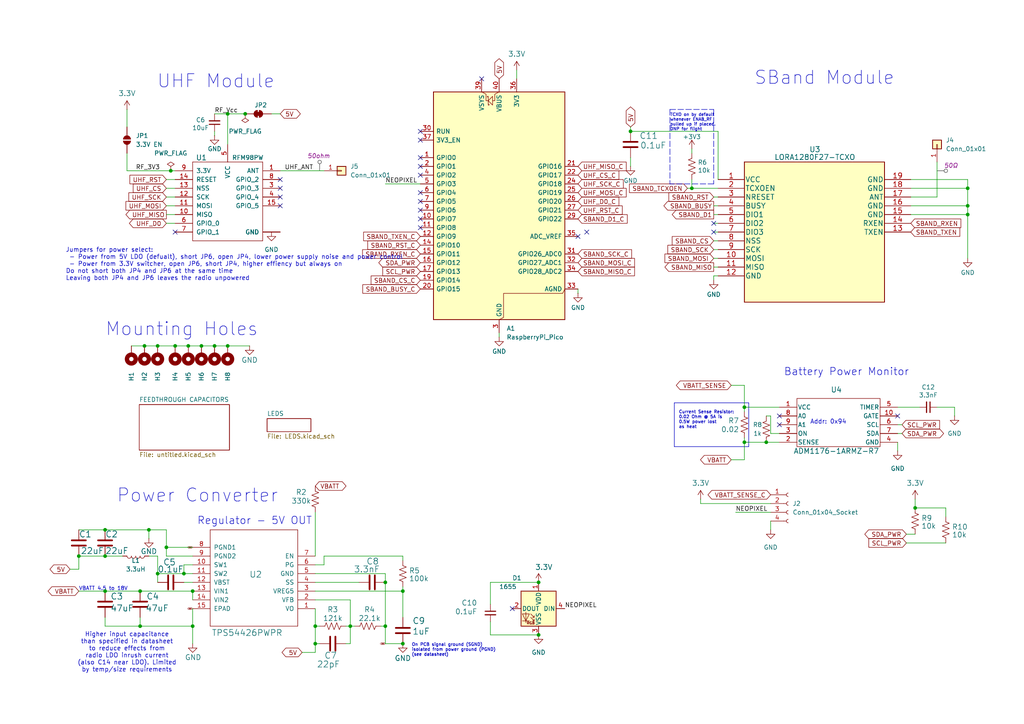
<source format=kicad_sch>
(kicad_sch (version 20250114) (generator "eeschema") (generator_version "9.0")
  (paper "A4")
  (text "SBand Module" (at 218.694 24.892 0) (effects (font (size 3.81 3.81)) (justify left bottom)))
  (text "Addr: 0x94" (at 234.95 123.19 0) (effects (font (size 1.27 1.27)) (justify left bottom)))
  (text "Power Converter" (at 33.782 146.05 0) (effects (font (size 3.81 3.81)) (justify left bottom)))
  (text "VBATT 4.5 to 18V" (at 22.86 171.45 0) (effects (font (size 1.0668 1.0668)) (justify left bottom)))
  (text "Current Sense Resistor:\n0.02 Ohm @ 5A is\n0.5W power lost\nas heat" (at 196.85 124.46 0) (effects (font (size 0.889 0.889)) (justify left bottom)))
  (text "On PCB signal ground (SGND)\nisolated from power ground (PGND)\n(see datasheet)\n" (at 119.38 190.5 0) (effects (font (size 0.889 0.889)) (justify left bottom)))
  (text "UHF Module" (at 45.466 25.908 0) (effects (font (size 3.81 3.81)) (justify left bottom)))
  (text "Regulator - 5V OUT" (at 57.15 152.4 0) (effects (font (size 2.159 2.159)) (justify left bottom)))
  (text "Higher input capacitance\nthan specified in datasheet\nto reduce effects from\nradio LDO inrush current\n(also C14 near LDO). Limited\nby temp/size requirements" (at 36.83 189.23 0) (effects (font (size 1.27 1.27))))
  (text "Battery Power Monitor" (at 227.33 109.22 0) (effects (font (size 2.159 2.159)) (justify left bottom)))
  (text "Jumpers for power select:\n - Power from 5V LDO (defualt), short JP6, open JP4, lower power supply noise and power control\n - Power from 3.3V switcher, open JP6, short JP4, higher effiency but always on\nDo not short both JP4 and JP6 at the same time\nLeaving both JP4 and JP6 leaves the radio unpowered" (at 19.05 81.534 0) (effects (font (size 1.27 1.27)) (justify left bottom)))
  (text "Mounting Holes" (at 30.48 97.79 0) (effects (font (size 3.81 3.81)) (justify left bottom)))
  (text "TCXO on by default \nwhenever ENAB_RF\npulled up if placed.\nDNP for flight" (at 194.31 38.1 0) (effects (font (size 0.8636 0.8636)) (justify left bottom)))
  (junction (at 280.67 54.61))
  (junction (at 41.91 100.33))
  (junction (at 116.84 186.69))
  (junction (at 62.23 100.33))
  (junction (at 40.64 181.61))
  (junction (at 66.04 100.33))
  (junction (at 222.25 128.27))
  (junction (at 54.61 100.33))
  (junction (at 280.67 62.23))
  (junction (at 58.42 100.33))
  (junction (at 111.76 168.91))
  (junction (at 156.21 184.15))
  (junction (at 156.21 168.91))
  (junction (at 215.9 118.11))
  (junction (at 45.72 100.33))
  (junction (at 111.76 181.61))
  (junction (at 45.72 166.37))
  (junction (at 43.18 153.67))
  (junction (at 215.9 128.27))
  (junction (at 30.48 161.29))
  (junction (at 91.44 181.61))
  (junction (at 30.48 153.67))
  (junction (at 49.53 49.53))
  (junction (at 55.88 171.45))
  (junction (at 66.04 33.02))
  (junction (at 48.26 158.75))
  (junction (at 116.84 171.45))
  (junction (at 22.86 161.29))
  (junction (at 40.64 171.45))
  (junction (at 71.12 33.02))
  (junction (at 200.66 54.61))
  (junction (at 50.8 100.33))
  (junction (at 55.88 181.61))
  (junction (at 101.6 181.61))
  (junction (at 30.48 171.45))
  (junction (at 53.34 166.37))
  (junction (at 265.43 147.32))
  (junction (at 91.44 186.69))
  (junction (at 182.88 38.1))
  (junction (at 280.67 59.69))
  (no_connect (at 50.8 67.31))
  (no_connect (at 148.59 176.53))
  (no_connect (at 121.92 48.26))
  (no_connect (at 81.28 59.69))
  (no_connect (at 81.28 54.61))
  (no_connect (at 121.92 40.64))
  (no_connect (at 226.06 120.65))
  (no_connect (at 81.28 57.15))
  (no_connect (at 121.92 66.04))
  (no_connect (at 170.18 67.31))
  (no_connect (at 121.92 55.88))
  (no_connect (at 139.7 22.86))
  (no_connect (at 121.92 63.5))
  (no_connect (at 121.92 60.96))
  (no_connect (at 121.92 45.72))
  (no_connect (at 226.06 123.19))
  (no_connect (at 121.92 38.1))
  (no_connect (at 167.64 68.58))
  (no_connect (at 81.28 52.07))
  (no_connect (at 207.01 64.77))
  (no_connect (at 121.92 50.8))
  (no_connect (at 207.01 67.31))
  (no_connect (at 260.35 120.65))
  (no_connect (at 121.92 58.42))
  (wire (pts (xy 62.23 33.02) (xy 66.04 33.02)))
  (wire (pts (xy 91.44 171.45) (xy 116.84 171.45)))
  (wire (pts (xy 111.76 186.69) (xy 116.84 186.69)))
  (wire (pts (xy 78.74 33.02) (xy 81.28 33.02)))
  (wire (pts (xy 45.72 168.91) (xy 45.72 166.37)))
  (wire (pts (xy 55.88 181.61) (xy 55.88 186.69)))
  (polyline (pts (xy 217.17 116.84) (xy 217.17 129.54)))
  (wire (pts (xy 101.6 173.99) (xy 101.6 181.61)))
  (wire (pts (xy 55.88 168.91) (xy 53.34 168.91)))
  (wire (pts (xy 30.48 171.45) (xy 40.64 171.45)))
  (wire (pts (xy 50.8 62.23) (xy 48.26 62.23)))
  (wire (pts (xy 48.26 158.75) (xy 48.26 161.29)))
  (wire (pts (xy 200.66 52.07) (xy 200.66 54.61)))
  (wire (pts (xy 116.84 171.45) (xy 116.84 179.07)))
  (wire (pts (xy 264.16 62.23) (xy 280.67 62.23)))
  (wire (pts (xy 50.8 52.07) (xy 48.26 52.07)))
  (wire (pts (xy 66.04 33.02) (xy 71.12 33.02)))
  (wire (pts (xy 142.24 180.34) (xy 142.24 184.15)))
  (wire (pts (xy 262.89 154.94) (xy 265.43 154.94)))
  (wire (pts (xy 149.86 22.86) (xy 149.86 20.32)))
  (wire (pts (xy 207.01 77.47) (xy 208.28 77.47)))
  (wire (pts (xy 91.44 186.69) (xy 91.44 189.23)))
  (wire (pts (xy 53.34 166.37) (xy 53.34 163.83)))
  (wire (pts (xy 208.28 38.1) (xy 208.28 52.07)))
  (wire (pts (xy 215.9 118.11) (xy 226.06 118.11)))
  (wire (pts (xy 40.64 181.61) (xy 40.64 179.07)))
  (wire (pts (xy 223.52 120.65) (xy 222.25 120.65)))
  (wire (pts (xy 30.48 161.29) (xy 35.56 161.29)))
  (wire (pts (xy 93.98 163.83) (xy 91.44 163.83)))
  (wire (pts (xy 215.9 127) (xy 215.9 128.27)))
  (wire (pts (xy 91.44 176.53) (xy 91.44 181.61)))
  (wire (pts (xy 111.76 166.37) (xy 111.76 168.91)))
  (wire (pts (xy 100.33 181.61) (xy 101.6 181.61)))
  (wire (pts (xy 48.26 54.61) (xy 50.8 54.61)))
  (wire (pts (xy 48.26 161.29) (xy 55.88 161.29)))
  (polyline (pts (xy 194.31 31.75) (xy 194.31 53.34)) (stroke (width 0) (type dash)))
  (wire (pts (xy 66.04 100.33) (xy 72.39 100.33)))
  (wire (pts (xy 110.49 181.61) (xy 111.76 181.61)))
  (wire (pts (xy 45.72 100.33) (xy 50.8 100.33)))
  (wire (pts (xy 87.63 189.23) (xy 91.44 189.23)))
  (wire (pts (xy 215.9 128.27) (xy 222.25 128.27)))
  (wire (pts (xy 30.48 181.61) (xy 40.64 181.61)))
  (wire (pts (xy 280.67 62.23) (xy 280.67 74.93)))
  (wire (pts (xy 22.86 165.1) (xy 22.86 161.29)))
  (wire (pts (xy 215.9 128.27) (xy 215.9 133.35)))
  (wire (pts (xy 142.24 168.91) (xy 156.21 168.91)))
  (wire (pts (xy 22.86 153.67) (xy 30.48 153.67)))
  (wire (pts (xy 215.9 118.11) (xy 215.9 119.38)))
  (wire (pts (xy 36.83 31.75) (xy 36.83 36.83)))
  (polyline (pts (xy 195.58 116.84) (xy 217.17 116.84)))
  (wire (pts (xy 207.01 57.15) (xy 208.28 57.15)))
  (wire (pts (xy 261.62 125.73) (xy 260.35 125.73)))
  (wire (pts (xy 48.26 153.67) (xy 48.26 158.75)))
  (wire (pts (xy 50.8 100.33) (xy 54.61 100.33)))
  (wire (pts (xy 280.67 54.61) (xy 280.67 59.69)))
  (wire (pts (xy 200.66 54.61) (xy 208.28 54.61)))
  (polyline (pts (xy 207.01 31.75) (xy 207.01 53.34)) (stroke (width 0) (type dash)))
  (wire (pts (xy 55.88 176.53) (xy 55.88 181.61)))
  (wire (pts (xy 142.24 184.15) (xy 156.21 184.15)))
  (wire (pts (xy 91.44 181.61) (xy 91.44 186.69)))
  (wire (pts (xy 22.86 171.45) (xy 30.48 171.45)))
  (wire (pts (xy 276.86 120.65) (xy 276.86 118.11)))
  (wire (pts (xy 50.8 59.69) (xy 48.26 59.69)))
  (wire (pts (xy 222.25 128.27) (xy 226.06 128.27)))
  (wire (pts (xy 280.67 52.07) (xy 280.67 54.61)))
  (wire (pts (xy 111.76 168.91) (xy 111.76 181.61)))
  (wire (pts (xy 212.09 133.35) (xy 215.9 133.35)))
  (wire (pts (xy 30.48 181.61) (xy 30.48 179.07)))
  (wire (pts (xy 41.91 100.33) (xy 45.72 100.33)))
  (polyline (pts (xy 195.58 129.54) (xy 195.58 116.84)))
  (wire (pts (xy 264.16 52.07) (xy 280.67 52.07)))
  (wire (pts (xy 215.9 118.11) (xy 215.9 111.76)))
  (wire (pts (xy 207.01 72.39) (xy 208.28 72.39)))
  (wire (pts (xy 260.35 130.81) (xy 260.35 128.27)))
  (wire (pts (xy 55.88 173.99) (xy 55.88 171.45)))
  (wire (pts (xy 101.6 181.61) (xy 101.6 186.69)))
  (wire (pts (xy 43.18 161.29) (xy 45.72 161.29)))
  (wire (pts (xy 91.44 166.37) (xy 111.76 166.37)))
  (wire (pts (xy 111.76 53.34) (xy 121.92 53.34)))
  (wire (pts (xy 207.01 69.85) (xy 208.28 69.85)))
  (wire (pts (xy 116.84 161.29) (xy 93.98 161.29)))
  (wire (pts (xy 116.84 170.18) (xy 116.84 171.45)))
  (wire (pts (xy 182.88 36.83) (xy 182.88 38.1)))
  (wire (pts (xy 182.88 45.72) (xy 182.88 48.26)))
  (wire (pts (xy 43.18 153.67) (xy 48.26 153.67)))
  (wire (pts (xy 91.44 148.59) (xy 91.44 161.29)))
  (wire (pts (xy 264.16 57.15) (xy 271.78 57.15)))
  (wire (pts (xy 212.09 111.76) (xy 215.9 111.76)))
  (wire (pts (xy 116.84 161.29) (xy 116.84 162.56)))
  (wire (pts (xy 40.64 171.45) (xy 55.88 171.45)))
  (wire (pts (xy 207.01 67.31) (xy 208.28 67.31)))
  (wire (pts (xy 101.6 181.61) (xy 102.87 181.61)))
  (wire (pts (xy 261.62 123.19) (xy 260.35 123.19)))
  (wire (pts (xy 48.26 64.77) (xy 50.8 64.77)))
  (wire (pts (xy 207.01 74.93) (xy 208.28 74.93)))
  (wire (pts (xy 58.42 100.33) (xy 62.23 100.33)))
  (wire (pts (xy 53.34 166.37) (xy 45.72 166.37)))
  (wire (pts (xy 260.35 118.11) (xy 266.7 118.11)))
  (wire (pts (xy 91.44 173.99) (xy 101.6 173.99)))
  (wire (pts (xy 144.78 96.52) (xy 144.78 97.79)))
  (wire (pts (xy 91.44 186.69) (xy 92.71 186.69)))
  (wire (pts (xy 271.78 46.99) (xy 271.78 57.15)))
  (wire (pts (xy 30.48 153.67) (xy 43.18 153.67)))
  (wire (pts (xy 81.28 49.53) (xy 93.98 49.53)))
  (wire (pts (xy 223.52 125.73) (xy 226.06 125.73)))
  (wire (pts (xy 264.16 54.61) (xy 280.67 54.61)))
  (wire (pts (xy 91.44 168.91) (xy 104.14 168.91)))
  (wire (pts (xy 36.83 49.53) (xy 49.53 49.53)))
  (wire (pts (xy 50.8 57.15) (xy 48.26 57.15)))
  (wire (pts (xy 265.43 147.32) (xy 274.32 147.32)))
  (polyline (pts (xy 207.01 53.34) (xy 194.31 53.34)) (stroke (width 0) (type dash)))
  (wire (pts (xy 22.86 165.1) (xy 20.32 165.1)))
  (wire (pts (xy 55.88 163.83) (xy 53.34 163.83)))
  (wire (pts (xy 55.88 158.75) (xy 48.26 158.75)))
  (wire (pts (xy 55.88 166.37) (xy 53.34 166.37)))
  (wire (pts (xy 36.83 49.53) (xy 36.83 44.45)))
  (wire (pts (xy 207.01 59.69) (xy 208.28 59.69)))
  (wire (pts (xy 38.1 100.33) (xy 41.91 100.33)))
  (wire (pts (xy 208.28 80.01) (xy 207.01 80.01)))
  (wire (pts (xy 66.04 33.02) (xy 66.04 41.91)))
  (wire (pts (xy 91.44 181.61) (xy 92.71 181.61)))
  (wire (pts (xy 203.2 144.78) (xy 203.2 146.05)))
  (wire (pts (xy 200.66 43.18) (xy 200.66 44.45)))
  (wire (pts (xy 213.36 148.59) (xy 223.52 148.59)))
  (wire (pts (xy 276.86 118.11) (xy 271.78 118.11)))
  (wire (pts (xy 199.39 54.61) (xy 200.66 54.61)))
  (wire (pts (xy 111.76 181.61) (xy 111.76 186.69)))
  (wire (pts (xy 62.23 100.33) (xy 66.04 100.33)))
  (wire (pts (xy 45.72 166.37) (xy 45.72 161.29)))
  (wire (pts (xy 40.64 181.61) (xy 55.88 181.61)))
  (wire (pts (xy 265.43 147.32) (xy 265.43 144.78)))
  (wire (pts (xy 207.01 62.23) (xy 208.28 62.23)))
  (wire (pts (xy 43.18 153.67) (xy 43.18 156.21)))
  (polyline (pts (xy 194.31 31.75) (xy 207.01 31.75)) (stroke (width 0) (type dash)))
  (wire (pts (xy 167.64 83.82) (xy 167.64 85.09)))
  (wire (pts (xy 142.24 168.91) (xy 142.24 175.26)))
  (wire (pts (xy 182.88 38.1) (xy 208.28 38.1)))
  (wire (pts (xy 223.52 153.67) (xy 223.52 151.13)))
  (wire (pts (xy 93.98 161.29) (xy 93.98 163.83)))
  (wire (pts (xy 280.67 59.69) (xy 280.67 62.23)))
  (wire (pts (xy 223.52 125.73) (xy 223.52 120.65)))
  (wire (pts (xy 274.32 147.32) (xy 274.32 149.86)))
  (wire (pts (xy 100.33 186.69) (xy 101.6 186.69)))
  (wire (pts (xy 223.52 146.05) (xy 203.2 146.05)))
  (wire (pts (xy 264.16 59.69) (xy 280.67 59.69)))
  (polyline (pts (xy 217.17 129.54) (xy 195.58 129.54)))
  (wire (pts (xy 207.01 64.77) (xy 208.28 64.77)))
  (wire (pts (xy 49.53 49.53) (xy 50.8 49.53)))
  (wire (pts (xy 262.89 157.48) (xy 274.32 157.48)))
  (wire (pts (xy 62.23 38.1) (xy 62.23 39.37)))
  (wire (pts (xy 22.86 161.29) (xy 30.48 161.29)))
  (wire (pts (xy 54.61 100.33) (xy 58.42 100.33)))
  (wire (pts (xy 207.01 80.01) (xy 207.01 81.28)))
  (label "NEOPIXEL" (at 111.76 53.34 0))
  (label "NEOPIXEL" (at 163.83 176.53 0))
  (label "NEOPIXEL" (at 213.36 148.59 0))
  (label "RF_Vcc" (at 62.23 33.02 0))
  (label "UHF_ANT" (at 82.55 49.53 0))
  (label "RF_3V3" (at 39.37 49.53 0))
  (global_label "UHF_SCK" (shape input) (at 48.26 57.15 180) (property "Intersheetrefs" "${INTERSHEET_REFS}" (effects (hide yes))))
  (global_label "SDA_PWR" (shape bidirectional) (at 261.62 125.73 0) (property "Intersheetrefs" "${INTERSHEET_REFS}" (effects (hide yes))))
  (global_label "5V" (shape bidirectional) (at 144.78 22.86 90) (property "Intersheetrefs" "${INTERSHEET_REFS}" (effects (hide yes))))
  (global_label "SDA_PWR" (shape bidirectional) (at 121.92 76.2 180) (property "Intersheetrefs" "${INTERSHEET_REFS}" (effects (hide yes))))
  (global_label "SBAND_RST" (shape input) (at 207.01 57.15 180) (property "Intersheetrefs" "${INTERSHEET_REFS}" (effects (hide yes))))
  (global_label "SBAND_MOSI_C" (shape input) (at 167.64 76.2 0) (property "Intersheetrefs" "${INTERSHEET_REFS}" (effects (hide yes))))
  (global_label "SBAND_SCK_C" (shape input) (at 167.64 73.66 0) (property "Intersheetrefs" "${INTERSHEET_REFS}" (effects (hide yes))))
  (global_label "SBAND_CS_C" (shape input) (at 121.92 81.28 180) (property "Intersheetrefs" "${INTERSHEET_REFS}" (effects (hide yes))))
  (global_label "SBAND_MISO_C" (shape input) (at 167.64 78.74 0) (property "Intersheetrefs" "${INTERSHEET_REFS}" (effects (hide yes))))
  (global_label "SBAND_CS" (shape input) (at 207.01 69.85 180) (property "Intersheetrefs" "${INTERSHEET_REFS}" (effects (hide yes))))
  (global_label "UHF_RST" (shape input) (at 48.26 52.07 180) (property "Intersheetrefs" "${INTERSHEET_REFS}" (effects (hide yes))))
  (global_label "VBATT" (shape bidirectional) (at 212.09 133.35 180) (property "Intersheetrefs" "${INTERSHEET_REFS}" (effects (hide yes))))
  (global_label "SBAND_RXEN_C" (shape input) (at 121.92 73.66 180) (property "Intersheetrefs" "${INTERSHEET_REFS}" (effects (hide yes))))
  (global_label "5V" (shape bidirectional) (at 87.63 189.23 180) (property "Intersheetrefs" "${INTERSHEET_REFS}" (effects (hide yes))))
  (global_label "SBAND_MISO" (shape output) (at 207.01 77.47 180) (property "Intersheetrefs" "${INTERSHEET_REFS}" (effects (hide yes))))
  (global_label "SCL_PWR" (shape input) (at 261.62 123.19 0) (property "Intersheetrefs" "${INTERSHEET_REFS}" (effects (hide yes))))
  (global_label "VBATT" (shape bidirectional) (at 22.86 171.45 180) (property "Intersheetrefs" "${INTERSHEET_REFS}" (effects (hide yes))))
  (global_label "VBATT" (shape bidirectional) (at 91.44 140.97 0) (property "Intersheetrefs" "${INTERSHEET_REFS}" (effects (hide yes))))
  (global_label "UHF_MISO_C" (shape input) (at 167.64 48.26 0) (property "Intersheetrefs" "${INTERSHEET_REFS}" (effects (hide yes))))
  (global_label "SBAND_TCXOEN" (shape input) (at 199.39 54.61 180) (property "Intersheetrefs" "${INTERSHEET_REFS}" (effects (hide yes))))
  (global_label "UHF_CS_C" (shape input) (at 167.64 50.8 0) (property "Intersheetrefs" "${INTERSHEET_REFS}" (effects (hide yes))))
  (global_label "UHF_RST_C" (shape input) (at 167.64 60.96 0) (property "Intersheetrefs" "${INTERSHEET_REFS}" (effects (hide yes))))
  (global_label "UHF_MOSI" (shape input) (at 48.26 59.69 180) (property "Intersheetrefs" "${INTERSHEET_REFS}" (effects (hide yes))))
  (global_label "SBAND_TXEN_C" (shape input) (at 121.92 68.58 180) (property "Intersheetrefs" "${INTERSHEET_REFS}" (effects (hide yes))))
  (global_label "SCL_PWR" (shape input) (at 121.92 78.74 180) (property "Intersheetrefs" "${INTERSHEET_REFS}" (effects (hide yes))))
  (global_label "5V" (shape bidirectional) (at 182.88 36.83 90) (property "Intersheetrefs" "${INTERSHEET_REFS}" (effects (hide yes))))
  (global_label "UHF_D0_C" (shape input) (at 167.64 58.42 0) (property "Intersheetrefs" "${INTERSHEET_REFS}" (effects (hide yes))))
  (global_label "SBAND_RST_C" (shape input) (at 121.92 71.12 180) (property "Intersheetrefs" "${INTERSHEET_REFS}" (effects (hide yes))))
  (global_label "SBAND_BUSY" (shape output) (at 207.01 59.69 180) (property "Intersheetrefs" "${INTERSHEET_REFS}" (effects (hide yes))))
  (global_label "5V" (shape bidirectional) (at 20.32 165.1 180) (property "Intersheetrefs" "${INTERSHEET_REFS}" (effects (hide yes))))
  (global_label "UHF_MISO" (shape output) (at 48.26 62.23 180) (property "Intersheetrefs" "${INTERSHEET_REFS}" (effects (hide yes))))
  (global_label "UHF_SCK_C" (shape input) (at 167.64 53.34 0) (property "Intersheetrefs" "${INTERSHEET_REFS}" (effects (hide yes))))
  (global_label "UHF_MOSI_C" (shape input) (at 167.64 55.88 0) (property "Intersheetrefs" "${INTERSHEET_REFS}" (effects (hide yes))))
  (global_label "SBAND_MOSI" (shape input) (at 207.01 74.93 180) (property "Intersheetrefs" "${INTERSHEET_REFS}" (effects (hide yes))))
  (global_label "UHF_CS" (shape input) (at 48.26 54.61 180) (property "Intersheetrefs" "${INTERSHEET_REFS}" (effects (hide yes))))
  (global_label "UHF_D0" (shape bidirectional) (at 48.26 64.77 180) (property "Intersheetrefs" "${INTERSHEET_REFS}" (effects (hide yes))))
  (global_label "VBATT_SENSE_C" (shape bidirectional) (at 223.52 143.51 180) (property "Intersheetrefs" "${INTERSHEET_REFS}" (effects (hide yes))))
  (global_label "GND" (shape bidirectional) (at 111.76 186.69 180) (effects (font (size 0.254 0.254))) (property "Intersheetrefs" "${INTERSHEET_REFS}" (effects (hide yes))))
  (global_label "SBAND_RXEN" (shape input) (at 264.16 64.77 0) (property "Intersheetrefs" "${INTERSHEET_REFS}" (effects (hide yes))))
  (global_label "SBAND_D1" (shape output) (at 207.01 62.23 180) (property "Intersheetrefs" "${INTERSHEET_REFS}" (effects (hide yes))))
  (global_label "SBAND_D1_C" (shape input) (at 167.64 63.5 0) (property "Intersheetrefs" "${INTERSHEET_REFS}" (effects (hide yes))))
  (global_label "5V" (shape bidirectional) (at 81.28 33.02 0) (property "Intersheetrefs" "${INTERSHEET_REFS}" (effects (hide yes))))
  (global_label "GND" (shape bidirectional) (at 55.88 158.75 180) (effects (font (size 0.254 0.254))) (property "Intersheetrefs" "${INTERSHEET_REFS}" (effects (hide yes))))
  (global_label "SDA_PWR" (shape bidirectional) (at 262.89 154.94 180) (property "Intersheetrefs" "${INTERSHEET_REFS}" (effects (hide yes))))
  (global_label "SBAND_TXEN" (shape input) (at 264.16 67.31 0) (property "Intersheetrefs" "${INTERSHEET_REFS}" (effects (hide yes))))
  (global_label "SBAND_SCK" (shape input) (at 207.01 72.39 180) (property "Intersheetrefs" "${INTERSHEET_REFS}" (effects (hide yes))))
  (global_label "SBAND_BUSY_C" (shape input) (at 121.92 83.82 180) (property "Intersheetrefs" "${INTERSHEET_REFS}" (effects (hide yes))))
  (global_label "GND" (shape bidirectional) (at 55.88 176.53 180) (effects (font (size 0.254 0.254))) (property "Intersheetrefs" "${INTERSHEET_REFS}" (effects (hide yes))))
  (global_label "VBATT_SENSE" (shape bidirectional) (at 212.09 111.76 180) (property "Intersheetrefs" "${INTERSHEET_REFS}" (effects (hide yes))))
  (global_label "SCL_PWR" (shape input) (at 262.89 157.48 180) (property "Intersheetrefs" "${INTERSHEET_REFS}" (effects (hide yes))))
  (netclass_flag "" (length 2.54) (shape round) (at 92.71 49.53 0) (property "Netclass" "50ohm" (at 95.758 45.212 0) (effects (font (italic yes)) (justify right))))
  (netclass_flag "" (length 2.54) (shape round) (at 271.78 49.53 270) (property "Netclass" "50Ω" (at 273.812 48.006 0) (effects (font (italic yes)) (justify left))))
  (symbol (lib_id "Device:R_US") (at 215.9 123.19 180) (unit 1)
    (property "Reference" "R7" (at 214.376 121.158 0) (effects (font (size 1.4986 1.4986)) (justify left bottom)))
    (property "Value" "0.02" (at 214.376 123.698 0) (effects (font (size 1.4986 1.4986)) (justify left bottom)))
    (property "Footprint" "Resistor_SMD:R_2512_6332Metric" (effects (hide yes)))
    (property "Description" "Resistor, US symbol" (effects (hide yes)))
  )
  (symbol (lib_id "ssi_IC:RFM98PW") (at 63.5 57.15 0) (unit 1)
    (property "Reference" "U1" (at 58.42 45.72 0) (effects (font (size 1.4986 1.4986))))
    (property "Value" "RFM98PW" (at 71.882 45.72 0))
    (property "Footprint" "ssi_IC:RFM98PW" (effects (hide yes)))
    (property "Datasheet" "https://www.hoperf.com/modules/lora/RFM98PW.html" (effects (hide yes)))
    (property "Description" "433 MHz 1W Radio" (effects (hide yes)))
    (property "Datasheet 2" "https://cdn.sparkfun.com/assets/learn_tutorials/8/0/4/RFM95_96_97_98W.pdf" (effects (hide yes)))
    (property "Flight" "RFM98PW" (effects (hide yes)))
    (property "Manufacturer_Name" "HopeRF" (effects (hide yes)))
    (property "Manufacturer_Part_Number" "RFM98PW" (effects (hide yes)))
    (property "Proto" "RFM98PW" (effects (hide yes)))
  )
  (symbol (lib_id "ssi_IC:ADM1176-1ARMZ-R7") (at 223.52 104.14 0) (unit 1)
    (property "Reference" "U4" (at 242.57 113.03 0) (effects (font (size 1.524 1.524))))
    (property "Value" "ADM1176-1ARMZ-R7" (at 242.57 130.81 0) (effects (font (size 1.524 1.524))))
    (property "Footprint" "ssi_IC:ADM1176-1ARMZ-R7" (effects (hide yes)))
    (property "Datasheet" "https://www.analog.com/media/en/technical-documentation/data-sheets/ADM1176.pdf" (effects (hide yes)))
    (property "Description" "Power Monitor" (effects (hide yes)))
    (property "Flight" "ADM1176-1ARMZ-R7" (effects (hide yes)))
    (property "Manufacturer_Name" "Analog Devices Inc." (effects (hide yes)))
    (property "Manufacturer_Part_Number" "ADM1176-1ARMZ-R7" (effects (hide yes)))
    (property "Proto" "ADM1176-1ARMZ-R7" (effects (hide yes)))
  )
  (symbol (lib_id "Device:R_US") (at 222.25 124.46 0) (mirror x) (unit 1)
    (property "Reference" "R8" (at 219.71 123.19 0))
    (property "Value" "1k" (at 219.71 125.73 0))
    (property "Footprint" "Resistor_SMD:R_0603_1608Metric" (effects (hide yes)))
    (property "Description" "1K 0603" (effects (hide yes)))
  )
  (symbol (lib_id "Device:C_Small") (at 269.24 118.11 270) (unit 1)
    (property "Reference" "C12" (at 269.24 112.2934 90))
    (property "Value" "3.3nF" (at 269.24 114.6048 90))
    (property "Footprint" "Capacitor_SMD:C_0603_1608Metric" (effects (hide yes)))
    (property "Description" "3.3nF +-10% 100V X7R 0603" (effects (hide yes)))
  )
  (symbol (lib_id "power:+3.3V") (at 36.83 31.75 0) (unit 1)
    (property "Reference" "#SUPPLY01" (effects (hide yes)))
    (property "Value" "3.3V" (at 34.29 27.94 0) (effects (font (size 1.4986 1.4986)) (justify left bottom)))
    (property "Description" "Power symbol creates a global label with name \"+3.3V\"" (effects (hide yes)))
  )
  (symbol (lib_id "Device:C_Small") (at 62.23 35.56 180) (unit 1)
    (property "Reference" "C6" (at 58.166 34.798 0))
    (property "Value" "10uF" (at 58.166 37.084 0))
    (property "Footprint" "Capacitor_SMD:C_0603_1608Metric" (effects (hide yes)))
    (property "Description" "10uF +-20% 10V X5R" (effects (hide yes)))
  )
  (symbol (lib_id "power:+3.3V") (at 149.86 20.32 0) (unit 1)
    (property "Reference" "#SUPPLY02" (effects (hide yes)))
    (property "Value" "3.3V" (at 147.32 16.51 0) (effects (font (size 1.4986 1.4986)) (justify left bottom)))
    (property "Description" "Power symbol creates a global label with name \"+3.3V\"" (effects (hide yes)))
  )
  (symbol (lib_id "Device:C") (at 49.53 168.91 90) (unit 1)
    (property "Reference" "C5" (at 51.054 162.052 90) (effects (font (size 1.778 1.778)) (justify left bottom)))
    (property "Value" "0.1uF" (at 53.34 164.084 90) (effects (font (size 1.778 1.778)) (justify left bottom)))
    (property "Footprint" "Capacitor_SMD:C_0603_1608Metric" (effects (hide yes)))
    (property "Description" "Unpolarized capacitor" (effects (hide yes)))
  )
  (symbol (lib_id "power:GND") (at 55.88 186.69 0) (unit 1)
    (property "Reference" "#GND02" (effects (hide yes)))
    (property "Value" "GND" (at 53.594 191.516 0) (effects (font (size 1.4986 1.4986)) (justify left bottom)))
    (property "Description" "Power symbol creates a global label with name \"GND\" , ground" (effects (hide yes)))
  )
  (symbol (lib_id "power:GND") (at 167.64 85.09 0) (unit 1)
    (property "Reference" "#PWR05" (effects (hide yes)))
    (property "Value" "GND" (at 167.64 89.2255 0))
    (property "Description" "Power symbol creates a global label with name \"GND\" , ground" (effects (hide yes)))
  )
  (symbol (lib_id "Device:C") (at 116.84 182.88 0) (unit 1)
    (property "Reference" "C9" (at 119.5832 180.0606 0) (effects (font (size 1.778 1.778)) (justify left)))
    (property "Value" "1uF" (at 119.5832 183.134 0) (effects (font (size 1.778 1.778)) (justify left)))
    (property "Footprint" "Capacitor_SMD:C_0603_1608Metric" (effects (hide yes)))
    (property "Description" "Unpolarized capacitor" (effects (hide yes)))
  )
  (symbol (lib_id "Jumper:SolderJumper_2_Bridged") (at 74.93 33.02 0) (mirror y) (unit 1) (exclude_from_sim yes) (in_bom no)
    (property "Reference" "JP2" (at 77.47 30.48 0) (effects (justify left)))
    (property "Value" "Jumper_3_Bridged12" (effects (hide yes)))
    (property "Footprint" "Jumper:SolderJumper-2_P1.3mm_Bridged_RoundedPad1.0x1.5mm" (effects (hide yes)))
    (property "Description" "Vertical Header - 0.1in (2.54mm)" (effects (hide yes)))
    (property "DNI" "DNI" (effects (hide yes)))
  )
  (symbol (lib_id "Jumper:SolderJumper_2_Open") (at 36.83 40.64 90) (unit 1) (exclude_from_sim yes) (in_bom no)
    (property "Reference" "JP1" (at 39.37 39.37 90) (effects (justify right)))
    (property "Value" "3.3V EN" (at 39.37 41.91 90) (effects (justify right)))
    (property "Footprint" "Jumper:SolderJumper-2_P1.3mm_Open_RoundedPad1.0x1.5mm" (effects (hide yes)))
  )
  (symbol (lib_id "Mechanical:MountingHole_Pad") (at 41.91 102.87 180) (unit 1) (exclude_from_sim yes) (in_bom no)
    (property "Reference" "H2" (at 41.91 109.22 90))
    (property "Value" "MountingHole_Pad" (effects (hide yes)))
    (property "Footprint" "MountingHole:MountingHole_2.7mm_M2.5_DIN965_Pad" (effects (hide yes)))
    (property "Description" "Mounting Hole with connection" (effects (hide yes)))
  )
  (symbol (lib_id "Mechanical:MountingHole_Pad") (at 45.72 102.87 180) (unit 1) (exclude_from_sim yes) (in_bom no)
    (property "Reference" "H3" (at 45.72 109.22 90))
    (property "Value" "MountingHole_Pad" (effects (hide yes)))
    (property "Footprint" "MountingHole:MountingHole_2.7mm_M2.5_DIN965_Pad" (effects (hide yes)))
    (property "Description" "Mounting Hole with connection" (effects (hide yes)))
  )
  (symbol (lib_id "power:GND") (at 260.35 130.81 0) (unit 1)
    (property "Reference" "#PWR010" (effects (hide yes)))
    (property "Value" "GND" (at 260.35 135.89 0))
  )
  (symbol (lib_id "Device:C_Small") (at 142.24 177.8 0) (unit 1)
    (property "Reference" "C10" (at 138.43 173.99 0) (effects (font (size 1.4986 1.4986)) (justify right top)))
    (property "Value" "0.1uF" (at 138.43 176.53 0) (effects (font (size 1.4986 1.4986)) (justify right top)))
    (property "Footprint" "Capacitor_SMD:C_0603_1608Metric" (effects (hide yes)))
    (property "Description" "Unpolarized capacitor, small symbol" (effects (hide yes)))
  )
  (symbol (lib_id "power:GND") (at 72.39 100.33 0) (unit 1)
    (property "Reference" "#GND03" (effects (hide yes)))
    (property "Value" "GND" (at 69.977 105.283 0) (effects (font (size 1.4986 1.4986)) (justify left bottom)))
    (property "Description" "Power symbol creates a global label with name \"GND\" , ground" (effects (hide yes)))
  )
  (symbol (lib_id "Mechanical:MountingHole_Pad") (at 58.42 102.87 180) (unit 1) (exclude_from_sim yes) (in_bom no)
    (property "Reference" "H6" (at 58.42 109.22 90))
    (property "Value" "MountingHole_Pad" (effects (hide yes)))
    (property "Footprint" "MountingHole:MountingHole_2.7mm_M2.5_DIN965_Pad" (effects (hide yes)))
    (property "Description" "Mounting Hole with connection" (effects (hide yes)))
  )
  (symbol (lib_id "Connector_Generic:Conn_01x01") (at 99.06 49.53 0) (unit 1)
    (property "Reference" "J5" (at 101.6 48.2599 0) (effects (justify left)))
    (property "Value" "Conn_01x01" (at 101.6 50.7999 0) (effects (justify left)))
    (property "Footprint" "TestPoint:TestPoint_Keystone_5019_Miniature" (effects (hide yes)))
    (property "Description" "Generic connector, single row, 01x01, script generated (kicad-library-utils/schlib/autogen/connector/)" (effects (hide yes)))
  )
  (symbol (lib_id "power:GND") (at 62.23 39.37 0) (unit 1)
    (property "Reference" "#PWR01" (effects (hide yes)))
    (property "Value" "GND" (at 60.198 43.18 0) (effects (justify left)))
  )
  (symbol (lib_id "power:GND") (at 78.74 67.31 0) (unit 1)
    (property "Reference" "#PWR02" (effects (hide yes)))
    (property "Value" "GND" (at 78.74 72.39 0))
  )
  (symbol (lib_id "MCU_Module:RaspberryPi_Pico") (at 144.78 60.96 0) (unit 1)
    (property "Reference" "A1" (at 146.9233 95.25 0) (effects (justify left)))
    (property "Value" "RaspberryPi_Pico" (at 146.9233 97.79 0) (effects (justify left)))
    (property "Footprint" "Module:RaspberryPi_Pico_SMD" (effects (hide yes)))
    (property "Datasheet" "https://datasheets.raspberrypi.com/pico/pico-datasheet.pdf" (effects (hide yes)))
    (property "Description" "Versatile and inexpensive microcontroller module powered by RP2040 dual-core Arm Cortex-M0+ processor up to 133 MHz, 264kB SRAM, 2MB QSPI flash; also supports Raspberry Pi Pico 2" (effects (hide yes)))
  )
  (symbol (lib_id "power:+3.3V") (at 203.2 144.78 0) (unit 1)
    (property "Reference" "#SUPPLY04" (effects (hide yes)))
    (property "Value" "3.3V" (at 200.66 140.97 0) (effects (font (size 1.4986 1.4986)) (justify left bottom)))
    (property "Description" "Power symbol creates a global label with name \"+3.3V\"" (effects (hide yes)))
  )
  (symbol (lib_id "Device:C") (at 107.95 168.91 90) (unit 1)
    (property "Reference" "C8" (at 109.982 161.798 90) (effects (font (size 1.778 1.778)) (justify left bottom)))
    (property "Value" "3.3nF" (at 110.236 164.084 90) (effects (font (size 1.778 1.778)) (justify left bottom)))
    (property "Footprint" "Capacitor_SMD:C_0603_1608Metric" (effects (hide yes)))
    (property "Description" "Unpolarized capacitor" (effects (hide yes)))
  )
  (symbol (lib_id "Device:C") (at 96.52 186.69 90) (unit 1)
    (property "Reference" "C7" (at 97.79 189.103 90) (effects (font (size 1.778 1.778)) (justify left bottom)))
    (property "Value" "22pF" (at 98.679 191.643 90) (effects (font (size 1.778 1.778)) (justify left bottom)))
    (property "Footprint" "Capacitor_SMD:C_0603_1608Metric" (effects (hide yes)))
    (property "Description" "Unpolarized capacitor" (effects (hide yes)))
  )
  (symbol (lib_id "power:GND") (at 43.18 156.21 0) (unit 1)
    (property "Reference" "#GND01" (effects (hide yes)))
    (property "Value" "GND" (at 40.767 160.782 0) (effects (font (size 1.4986 1.4986)) (justify left bottom)))
    (property "Description" "Power symbol creates a global label with name \"GND\" , ground" (effects (hide yes)))
  )
  (symbol (lib_id "Mechanical:MountingHole_Pad") (at 62.23 102.87 180) (unit 1) (exclude_from_sim yes) (in_bom no)
    (property "Reference" "H7" (at 62.23 109.22 90))
    (property "Value" "MountingHole_Pad" (effects (hide yes)))
    (property "Footprint" "MountingHole:MountingHole_2.7mm_M2.5_DIN965_Pad" (effects (hide yes)))
    (property "Description" "Mounting Hole with connection" (effects (hide yes)))
  )
  (symbol (lib_id "Device:C") (at 182.88 41.91 0) (unit 1)
    (property "Reference" "C11" (at 185.42 39.37 0) (effects (font (size 1.778 1.778)) (justify left)))
    (property "Value" "0.1uF" (at 185.6232 42.164 0) (effects (font (size 1.778 1.778)) (justify left)))
    (property "Footprint" "Capacitor_SMD:C_0603_1608Metric" (effects (hide yes)))
    (property "Description" "Unpolarized capacitor" (effects (hide yes)))
  )
  (symbol (lib_id "Connector_Generic:Conn_01x01") (at 271.78 41.91 90) (unit 1)
    (property "Reference" "J4" (at 274.32 40.6399 90) (effects (justify right)))
    (property "Value" "Conn_01x01" (at 274.32 43.1799 90) (effects (justify right)))
    (property "Footprint" "TestPoint:TestPoint_Keystone_5019_Miniature" (effects (hide yes)))
    (property "Description" "Generic connector, single row, 01x01, script generated (kicad-library-utils/schlib/autogen/connector/)" (effects (hide yes)))
  )
  (symbol (lib_id "Connector:Conn_01x04_Socket") (at 228.6 146.05 0) (unit 1)
    (property "Reference" "J2" (at 229.87 146.0499 0) (effects (justify left)))
    (property "Value" "Conn_01x04_Socket" (at 229.87 148.5899 0) (effects (justify left)))
    (property "Footprint" "Connector_PinHeader_2.54mm:PinHeader_1x04_P2.54mm_Vertical" (effects (hide yes)))
    (property "Description" "Generic connector, single row, 01x04, script generated" (effects (hide yes)))
  )
  (symbol (lib_id "Device:C") (at 22.86 157.48 0) (unit 1)
    (property "Reference" "C1" (at 22.86 155.956 0) (effects (font (size 1.778 1.778)) (justify left bottom)))
    (property "Value" "22uF" (at 23.368 160.782 0) (effects (font (size 1.778 1.778)) (justify left bottom)))
    (property "Footprint" "Capacitor_SMD:C_0603_1608Metric" (effects (hide yes)))
    (property "Description" "Unpolarized capacitor" (effects (hide yes)))
  )
  (symbol (lib_id "Mechanical:MountingHole_Pad") (at 38.1 102.87 180) (unit 1) (exclude_from_sim yes) (in_bom no)
    (property "Reference" "H1" (at 38.1 109.22 90))
    (property "Value" "MountingHole_Pad" (effects (hide yes)))
    (property "Footprint" "MountingHole:MountingHole_2.7mm_M2.5_DIN965_Pad" (effects (hide yes)))
    (property "Description" "Mounting Hole with connection" (effects (hide yes)))
  )
  (symbol (lib_id "power:GND") (at 182.88 48.26 0) (unit 1)
    (property "Reference" "#PWR06" (effects (hide yes)))
    (property "Value" "GND" (at 182.88 52.3955 0))
    (property "Description" "Power symbol creates a global label with name \"GND\" , ground" (effects (hide yes)))
  )
  (symbol (lib_id "power:GND") (at 276.86 120.65 0) (unit 1)
    (property "Reference" "#PWR011" (effects (hide yes)))
    (property "Value" "GND" (at 276.86 125.73 0))
  )
  (symbol (lib_id "power:PWR_FLAG") (at 71.12 33.02 180) (unit 1)
    (property "Reference" "#FLG02" (effects (hide yes)))
    (property "Value" "PWR_FLAG" (at 71.12 38.1 0))
  )
  (symbol (lib_id "Device:R_US") (at 274.32 153.67 0) (unit 1)
    (property "Reference" "R10" (at 276.098 153.67 0) (effects (font (size 1.4986 1.4986)) (justify left bottom)))
    (property "Value" "10k" (at 276.098 155.956 0) (effects (font (size 1.4986 1.4986)) (justify left bottom)))
    (property "Footprint" "Resistor_SMD:R_0603_1608Metric" (effects (hide yes)))
    (property "Description" "Resistor, US symbol" (effects (hide yes)))
  )
  (symbol (lib_id "Device:C") (at 30.48 175.26 0) (unit 1)
    (property "Reference" "C3" (at 32.004 173.99 0) (effects (font (size 1.778 1.778)) (justify left bottom)))
    (property "Value" "47uF" (at 32.004 177.419 0) (effects (font (size 1.778 1.778)) (justify left bottom)))
    (property "Footprint" "Capacitor_SMD:C_1210_3225Metric" (effects (hide yes)))
    (property "Description" "Unpolarized capacitor" (effects (hide yes)))
  )
  (symbol (lib_id "Device:C") (at 30.48 157.48 0) (unit 1)
    (property "Reference" "C2" (at 30.48 155.956 0) (effects (font (size 1.778 1.778)) (justify left bottom)))
    (property "Value" "22uF" (at 30.48 160.782 0) (effects (font (size 1.778 1.778)) (justify left bottom)))
    (property "Footprint" "Capacitor_SMD:C_0603_1608Metric" (effects (hide yes)))
    (property "Description" "Unpolarized capacitor" (effects (hide yes)))
  )
  (symbol (lib_id "power:+3V3") (at 200.66 43.18 0) (unit 1)
    (property "Reference" "#PWR07" (effects (hide yes)))
    (property "Value" "+3V3" (at 200.66 39.6781 0))
    (property "Description" "Power symbol creates a global label with name \"+3V3\"" (effects (hide yes)))
  )
  (symbol (lib_id "power:GND") (at 223.52 153.67 0) (unit 1)
    (property "Reference" "#PWR09" (effects (hide yes)))
    (property "Value" "GND" (at 223.52 158.75 0))
  )
  (symbol (lib_id "Device:R_US") (at 106.68 181.61 270) (unit 1)
    (property "Reference" "R4" (at 107.188 176.784 90) (effects (font (size 1.4986 1.4986))))
    (property "Value" "22.1k" (at 107.188 179.324 90) (effects (font (size 1.4986 1.4986))))
    (property "Footprint" "Resistor_SMD:R_0603_1608Metric" (effects (hide yes)))
    (property "Description" "Resistor, US symbol" (effects (hide yes)))
  )
  (symbol (lib_id "Device:R_US") (at 96.52 181.61 270) (unit 1)
    (property "Reference" "R3" (at 96.52 176.784 90) (effects (font (size 1.4986 1.4986))))
    (property "Value" "121k" (at 96.52 179.324 90) (effects (font (size 1.4986 1.4986))))
    (property "Footprint" "Resistor_SMD:R_0603_1608Metric" (effects (hide yes)))
    (property "Description" "Resistor, US symbol" (effects (hide yes)))
  )
  (symbol (lib_id "power:GND") (at 156.21 184.15 0) (unit 1)
    (property "Reference" "#PWR04" (effects (hide yes)))
    (property "Value" "GND" (at 156.21 189.23 0))
  )
  (symbol (lib_id "Device:C") (at 40.64 175.26 0) (unit 1)
    (property "Reference" "C4" (at 42.418 173.99 0) (effects (font (size 1.778 1.778)) (justify left bottom)))
    (property "Value" "47uF" (at 42.164 177.419 0) (effects (font (size 1.778 1.778)) (justify left bottom)))
    (property "Footprint" "Capacitor_SMD:C_1210_3225Metric" (effects (hide yes)))
    (property "Description" "Unpolarized capacitor" (effects (hide yes)))
  )
  (symbol (lib_id "LED:WS2812B") (at 156.21 176.53 0) (mirror y) (unit 1)
    (property "Reference" "D1" (at 148.59 167.64 0) (effects (justify right)))
    (property "Value" "1655" (at 144.78 170.18 0) (effects (justify right)))
    (property "Footprint" "LED_SMD:LED_WS2812B_PLCC4_5.0x5.0mm_P3.2mm" (effects (hide yes)))
    (property "Datasheet" "https://cdn-shop.adafruit.com/datasheets/WS2812B.pdf" (effects (hide yes)))
    (property "Description" "RGB LED (Neopixel)" (effects (hide yes)))
    (property "Flight" "SK6812" (effects (hide yes)))
    (property "Manufacturer_Name" "Worldsemi" (effects (hide yes)))
    (property "Manufacturer_Part_Number" "SK6812" (effects (hide yes)))
    (property "Proto" "SK6812" (effects (hide yes)))
  )
  (symbol (lib_id "Mechanical:MountingHole_Pad") (at 66.04 102.87 180) (unit 1) (exclude_from_sim yes) (in_bom no)
    (property "Reference" "H8" (at 66.04 109.22 90))
    (property "Value" "MountingHole_Pad" (effects (hide yes)))
    (property "Footprint" "MountingHole:MountingHole_2.7mm_M2.5_DIN965_Pad" (effects (hide yes)))
    (property "Description" "Mounting Hole with connection" (effects (hide yes)))
  )
  (symbol (lib_id "power:+3.3V") (at 156.21 168.91 0) (unit 1)
    (property "Reference" "#SUPPLY03" (effects (hide yes)))
    (property "Value" "3.3V" (at 155.194 165.354 0) (effects (font (size 1.4986 1.4986)) (justify left bottom)))
    (property "Description" "Power symbol creates a global label with name \"+3.3V\"" (effects (hide yes)))
  )
  (symbol (lib_id "ssi_IC:TPS54426PWPR") (at 93.98 176.53 180) (unit 1)
    (property "Reference" "U2" (at 76.073 165.608 0) (effects (font (size 1.7526 1.7526)) (justify left bottom)))
    (property "Value" "TPS54426PWPR" (at 61.341 184.531 0) (effects (font (size 1.7526 1.7526)) (justify right top)))
    (property "Footprint" "ssi_IC:PWP14_2P31X2P46-L" (effects (hide yes)))
    (property "Datasheet" "https://www.ti.com/lit/ds/symlink/tps54426.pdf" (effects (hide yes)))
    (property "Description" "5V Switching Regulator" (effects (hide yes)))
    (property "Flight" "TPS54226PWPR" (effects (hide yes)))
    (property "Manufacturer_Name" "Texas Instruments" (effects (hide yes)))
    (property "Manufacturer_Part_Number" "TPS54226PWPR" (effects (hide yes)))
    (property "Proto" "TPS54226PWPR" (effects (hide yes)))
  )
  (symbol (lib_id "Device:R_US") (at 265.43 151.13 0) (unit 1)
    (property "Reference" "R9" (at 267.208 151.13 0) (effects (font (size 1.4986 1.4986)) (justify left bottom)))
    (property "Value" "10k" (at 267.208 153.416 0) (effects (font (size 1.4986 1.4986)) (justify left bottom)))
    (property "Footprint" "Resistor_SMD:R_0603_1608Metric" (effects (hide yes)))
    (property "Description" "Resistor, US symbol" (effects (hide yes)))
  )
  (symbol (lib_id "power:PWR_FLAG") (at 49.53 49.53 0) (unit 1)
    (property "Reference" "#FLG01" (effects (hide yes)))
    (property "Value" "PWR_FLAG" (at 49.53 44.45 0))
  )
  (symbol (lib_id "power:GND") (at 116.84 186.69 0) (unit 1)
    (property "Reference" "#GND04" (effects (hide yes)))
    (property "Value" "GND" (at 114.427 191.77 0) (effects (font (size 1.4986 1.4986)) (justify left bottom)))
    (property "Description" "Power symbol creates a global label with name \"GND\" , ground" (effects (hide yes)))
  )
  (symbol (lib_id "Mechanical:MountingHole_Pad") (at 50.8 102.87 180) (unit 1) (exclude_from_sim yes) (in_bom no)
    (property "Reference" "H4" (at 50.8 109.22 90))
    (property "Value" "MountingHole_Pad" (effects (hide yes)))
    (property "Footprint" "MountingHole:MountingHole_2.7mm_M2.5_DIN965_Pad" (effects (hide yes)))
    (property "Description" "Mounting Hole with connection" (effects (hide yes)))
  )
  (symbol (lib_id "Device:R_US") (at 91.44 144.78 0) (unit 1)
    (property "Reference" "R2" (at 87.376 142.748 0) (effects (font (size 1.4986 1.4986))))
    (property "Value" "330k" (at 87.376 145.288 0) (effects (font (size 1.4986 1.4986))))
    (property "Footprint" "Resistor_SMD:R_0603_1608Metric" (effects (hide yes)))
    (property "Description" "Resistor, US symbol" (effects (hide yes)))
  )
  (symbol (lib_id "Device:R_US") (at 116.84 166.37 0) (unit 1)
    (property "Reference" "R5" (at 118.618 166.37 0) (effects (font (size 1.4986 1.4986)) (justify left bottom)))
    (property "Value" "100k" (at 118.618 168.656 0) (effects (font (size 1.4986 1.4986)) (justify left bottom)))
    (property "Footprint" "Resistor_SMD:R_0603_1608Metric" (effects (hide yes)))
    (property "Description" "Resistor, US symbol" (effects (hide yes)))
  )
  (symbol (lib_id "Mechanical:MountingHole_Pad") (at 54.61 102.87 180) (unit 1) (exclude_from_sim yes) (in_bom no)
    (property "Reference" "H5" (at 54.61 109.22 90))
    (property "Value" "MountingHole_Pad" (effects (hide yes)))
    (property "Footprint" "MountingHole:MountingHole_2.7mm_M2.5_DIN965_Pad" (effects (hide yes)))
    (property "Description" "Mounting Hole with connection" (effects (hide yes)))
  )
  (symbol (lib_id "Device:R_US") (at 200.66 48.26 0) (mirror y) (unit 1)
    (property "Reference" "R6" (at 202.3872 47.0916 0) (effects (justify right)))
    (property "Value" "10k" (at 202.3872 49.403 0) (effects (justify right)))
    (property "Footprint" "Resistor_SMD:R_0603_1608Metric" (effects (hide yes)))
    (property "Description" "Resistor, US symbol" (effects (hide yes)))
  )
  (symbol (lib_id "power:GND") (at 207.01 81.28 0) (unit 1)
    (property "Reference" "#PWR08" (effects (hide yes)))
    (property "Value" "GND" (at 207.01 85.4155 0))
    (property "Description" "Power symbol creates a global label with name \"GND\" , ground" (effects (hide yes)))
  )
  (symbol (lib_id "Device:L") (at 39.37 161.29 270) (unit 1)
    (property "Reference" "L1" (at 39.37 162.56 90))
    (property "Value" "3.3uH" (at 39.37 165.1 90))
    (property "Footprint" "ssi_inductor:L_2141" (effects (hide yes)))
    (property "Description" "Inductor" (effects (hide yes)))
    (property "Flight" "SPM5030T-3R3M-HZ" (effects (hide yes)))
    (property "Manufacturer_Name" "TAI-TECH" (effects (hide yes)))
    (property "Manufacturer_Part_Number" "HPC5040NF-3R3MTH" (effects (hide yes)))
    (property "Proto" "HPC5040NF-3R3MTH" (effects (hide yes)))
  )
  (symbol (lib_id "ssi_IC:LORA1280F27-TCXO") (at 208.28 52.07 0) (unit 1)
    (property "Reference" "U3" (at 236.347 43.3388 0) (effects (font (size 1.524 1.524))))
    (property "Value" "LORA1280F27-TCXO" (at 236.347 45.593 0) (effects (font (size 1.524 1.524))))
    (property "Footprint" "ssi_IC:LORA128XF27" (effects (hide yes)))
    (property "Datasheet" "https://file.fomille.site/1260815565112336386/1650759420204007426.pdf" (effects (hide yes)))
  )
  (symbol (lib_id "power:+3.3V") (at 265.43 144.78 0) (unit 1)
    (property "Reference" "#SUPPLY05" (effects (hide yes)))
    (property "Value" "3.3V" (at 262.89 140.97 0) (effects (font (size 1.4986 1.4986)) (justify left bottom)))
    (property "Description" "Power symbol creates a global label with name \"+3.3V\"" (effects (hide yes)))
  )
  (symbol (lib_id "power:GND") (at 144.78 97.79 0) (unit 1)
    (property "Reference" "#PWR03" (effects (hide yes)))
    (property "Value" "GND" (at 144.78 101.9255 0))
    (property "Description" "Power symbol creates a global label with name \"GND\" , ground" (effects (hide yes)))
  )
  (symbol (lib_id "power:GND") (at 280.67 74.93 0) (unit 1)
    (property "Reference" "#PWR012" (effects (hide yes)))
    (property "Value" "GND" (at 280.67 79.0655 0))
    (property "Description" "Power symbol creates a global label with name \"GND\" , ground" (effects (hide yes)))
  )
  (sheet (at 40.386 117.348) (size 26.162 13.208) (stroke (width 0.1524))
    (property "Sheetname" "FEEDTHROUGH CAPACITORS" (at 40.386 116.6364 0) (effects (justify left bottom)))
    (property "Sheetfile" "untitled.kicad_sch" (at 40.386 131.1406 0) (effects (justify left top)))
  )
  (sheet (at 77.47 121.412) (size 12.7 3.81) (stroke (width 0.1524))
    (property "Sheetname" "LEDS" (at 77.47 120.7004 0) (effects (justify left bottom)))
    (property "Sheetfile" "LEDS.kicad_sch" (at 77.47 125.8066 0) (effects (justify left top)))
  )
)
</source>
